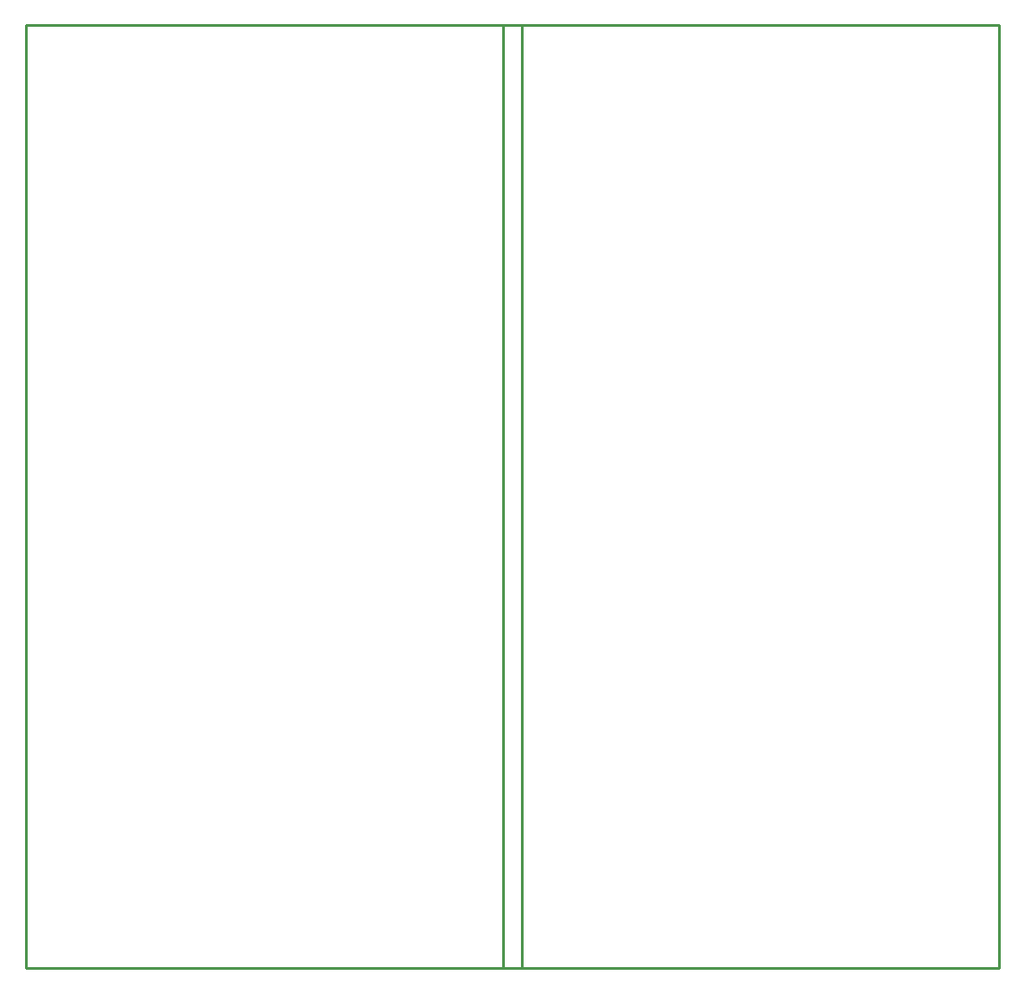
<source format=gbp>
%FSLAX44Y44*%
%MOMM*%
G71*
G01*
G75*
G04 Layer_Color=128*
%ADD10O,1.4000X0.4500*%
%ADD11O,0.4500X1.4000*%
%ADD12O,0.6000X1.9000*%
%ADD13C,1.2000*%
%ADD14C,0.4500*%
%ADD15C,2.0000*%
%ADD16C,0.6000*%
%ADD17C,1.0000*%
%ADD18C,0.2500*%
%ADD19C,2.0000*%
%ADD20O,1.2000X2.5000*%
%ADD21R,1.2000X2.5000*%
%ADD22C,1.2000*%
%ADD23O,1.0000X2.0000*%
%ADD24O,1.0000X2.0000*%
%ADD25R,1.5000X1.5000*%
%ADD26C,1.5000*%
%ADD27C,1.3000*%
%ADD28C,3.0000*%
%ADD29C,3.7000*%
%ADD30R,2.5000X1.2000*%
%ADD31O,2.5000X1.2000*%
%ADD32C,0.6200*%
%ADD33C,0.4000*%
%ADD34C,0.2000*%
%ADD35C,0.2540*%
%ADD36O,0.4900X1.4400*%
%ADD37O,0.8000X2.1000*%
%ADD38C,2.2000*%
%ADD39O,1.4000X2.7000*%
%ADD40R,1.4000X2.7000*%
%ADD41C,1.4000*%
%ADD42O,1.1000X2.1000*%
%ADD43O,1.1000X2.1000*%
%ADD44R,1.7000X1.7000*%
%ADD45C,1.7000*%
%ADD46C,3.2000*%
%ADD47C,3.9000*%
%ADD48R,2.7000X1.4000*%
%ADD49O,2.7000X1.4000*%
%ADD50C,0.2000*%
D18*
X451500Y894500D02*
X470000D01*
X451750Y0D02*
X470250D01*
X-0Y-0D02*
X452000Y-0D01*
X0Y894500D02*
X452000Y894500D01*
X-0Y-0D02*
X0Y894500D01*
X452000Y-0D02*
X452000Y894500D01*
X470000Y-0D02*
X922000Y-0D01*
X470000Y894500D02*
X922000Y894500D01*
X470000Y-0D02*
X470000Y894500D01*
X922000Y-0D02*
X922000Y894500D01*
M02*

</source>
